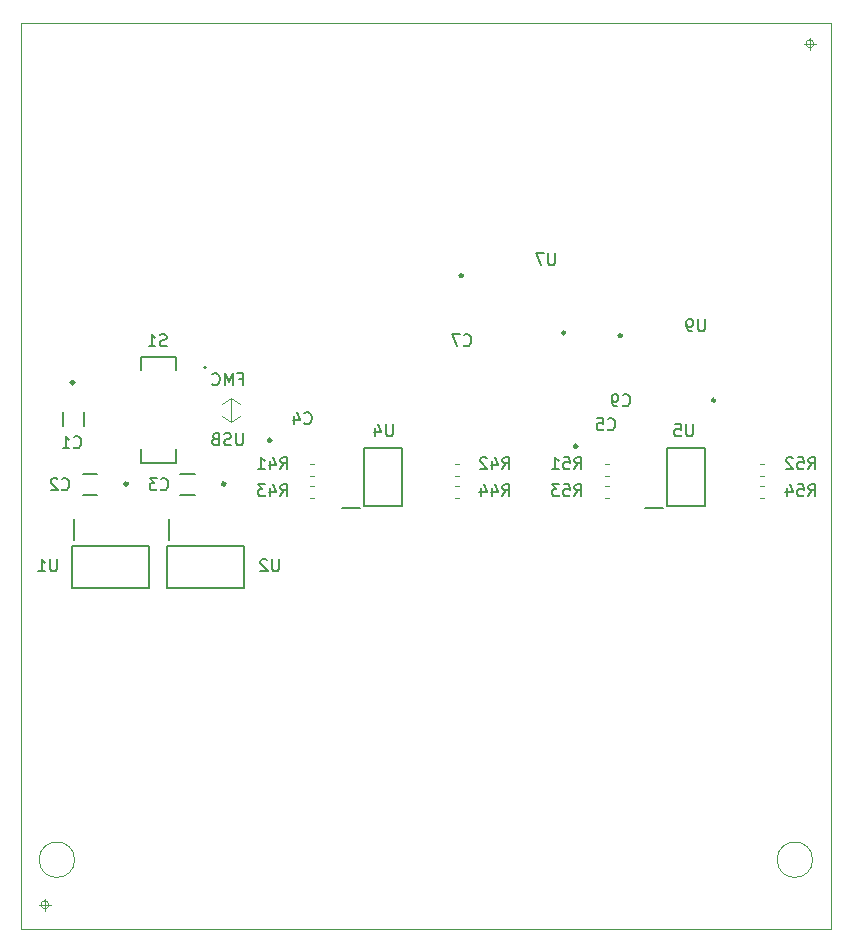
<source format=gbo>
%TF.GenerationSoftware,KiCad,Pcbnew,(5.1.5-0-10_14)*%
%TF.CreationDate,2020-01-10T14:35:19+01:00*%
%TF.ProjectId,adapter_hybrid_assister,61646170-7465-4725-9f68-79627269645f,rev?*%
%TF.SameCoordinates,PX6312cb0PY8accb70*%
%TF.FileFunction,Legend,Bot*%
%TF.FilePolarity,Positive*%
%FSLAX45Y45*%
G04 Gerber Fmt 4.5, Leading zero omitted, Abs format (unit mm)*
G04 Created by KiCad (PCBNEW (5.1.5-0-10_14)) date 2020-01-10 14:35:19*
%MOMM*%
%LPD*%
G04 APERTURE LIST*
%TA.AperFunction,Profile*%
%ADD10C,0.050000*%
%TD*%
%ADD11C,0.120000*%
%ADD12C,0.150000*%
%TA.AperFunction,Profile*%
%ADD13C,0.100000*%
%TD*%
%ADD14C,0.330000*%
%ADD15C,0.250000*%
%ADD16C,0.350000*%
%ADD17C,0.152400*%
%ADD18C,0.200000*%
G04 APERTURE END LIST*
D10*
X6713533Y7493000D02*
G75*
G03X6713533Y7493000I-33333J0D01*
G01*
X6630200Y7493000D02*
X6730200Y7493000D01*
X6680200Y7543000D02*
X6680200Y7443000D01*
X236533Y203200D02*
G75*
G03X236533Y203200I-33333J0D01*
G01*
X153200Y203200D02*
X253200Y203200D01*
X203200Y253200D02*
X203200Y153200D01*
X454800Y584200D02*
G75*
G03X454800Y584200I-150000J0D01*
G01*
D11*
X1778000Y4292600D02*
X1701800Y4343400D01*
X1778000Y4292600D02*
X1854200Y4343400D01*
X1778000Y4495800D02*
X1701800Y4445000D01*
X1778000Y4495800D02*
X1854200Y4445000D01*
X1778000Y4495800D02*
X1778000Y4292600D01*
D12*
X1878790Y4194962D02*
X1878790Y4114010D01*
X1874028Y4104486D01*
X1869267Y4099724D01*
X1859743Y4094962D01*
X1840695Y4094962D01*
X1831171Y4099724D01*
X1826409Y4104486D01*
X1821648Y4114010D01*
X1821648Y4194962D01*
X1778790Y4099724D02*
X1764505Y4094962D01*
X1740695Y4094962D01*
X1731171Y4099724D01*
X1726409Y4104486D01*
X1721648Y4114010D01*
X1721648Y4123533D01*
X1726409Y4133057D01*
X1731171Y4137819D01*
X1740695Y4142581D01*
X1759743Y4147343D01*
X1769267Y4152105D01*
X1774028Y4156867D01*
X1778790Y4166390D01*
X1778790Y4175914D01*
X1774028Y4185438D01*
X1769267Y4190200D01*
X1759743Y4194962D01*
X1735933Y4194962D01*
X1721648Y4190200D01*
X1645457Y4147343D02*
X1631171Y4142581D01*
X1626409Y4137819D01*
X1621648Y4128295D01*
X1621648Y4114010D01*
X1626409Y4104486D01*
X1631171Y4099724D01*
X1640695Y4094962D01*
X1678790Y4094962D01*
X1678790Y4194962D01*
X1645457Y4194962D01*
X1635933Y4190200D01*
X1631171Y4185438D01*
X1626409Y4175914D01*
X1626409Y4166390D01*
X1631171Y4156867D01*
X1635933Y4152105D01*
X1645457Y4147343D01*
X1678790Y4147343D01*
X1845457Y4655343D02*
X1878790Y4655343D01*
X1878790Y4602962D02*
X1878790Y4702962D01*
X1831171Y4702962D01*
X1793076Y4602962D02*
X1793076Y4702962D01*
X1759743Y4631533D01*
X1726409Y4702962D01*
X1726409Y4602962D01*
X1621648Y4612486D02*
X1626409Y4607724D01*
X1640695Y4602962D01*
X1650219Y4602962D01*
X1664505Y4607724D01*
X1674028Y4617248D01*
X1678790Y4626772D01*
X1683552Y4645819D01*
X1683552Y4660105D01*
X1678790Y4679152D01*
X1674028Y4688676D01*
X1664505Y4698200D01*
X1650219Y4702962D01*
X1640695Y4702962D01*
X1626409Y4698200D01*
X1621648Y4693438D01*
D10*
X6703200Y584200D02*
G75*
G03X6703200Y584200I-150000J0D01*
G01*
X0Y0D02*
X0Y7670800D01*
X6858000Y7670800D02*
X6858000Y0D01*
D13*
X0Y7670800D02*
X6858000Y7670800D01*
X6858000Y0D02*
X0Y0D01*
D14*
%TO.C,C4*%
X2116800Y4134200D02*
G75*
G03X2116800Y4134200I-10000J0D01*
G01*
%TO.C,C5*%
X4707600Y4083400D02*
G75*
G03X4707600Y4083400I-10000J0D01*
G01*
%TO.C,C7*%
X3737800Y5531000D02*
G75*
G03X3737800Y5531000I-10000J0D01*
G01*
%TO.C,C9*%
X5084000Y5023000D02*
G75*
G03X5084000Y5023000I-10000J0D01*
G01*
D15*
%TO.C,U7*%
X4607500Y5045700D02*
G75*
G03X4607500Y5045700I-12500J0D01*
G01*
%TO.C,U9*%
X5877500Y4474200D02*
G75*
G03X5877500Y4474200I-12500J0D01*
G01*
D11*
%TO.C,R41*%
X2448722Y3937200D02*
X2481278Y3937200D01*
X2448722Y3835200D02*
X2481278Y3835200D01*
%TO.C,R42*%
X3710778Y3835200D02*
X3678222Y3835200D01*
X3710778Y3937200D02*
X3678222Y3937200D01*
%TO.C,R43*%
X2448722Y3746700D02*
X2481278Y3746700D01*
X2448722Y3644700D02*
X2481278Y3644700D01*
%TO.C,R44*%
X3710778Y3644700D02*
X3678222Y3644700D01*
X3710778Y3746700D02*
X3678222Y3746700D01*
%TO.C,R51*%
X4948222Y3937200D02*
X4980778Y3937200D01*
X4948222Y3835200D02*
X4980778Y3835200D01*
%TO.C,R52*%
X6291278Y3835200D02*
X6258722Y3835200D01*
X6291278Y3937200D02*
X6258722Y3937200D01*
%TO.C,R53*%
X4948222Y3746700D02*
X4980778Y3746700D01*
X4948222Y3644700D02*
X4980778Y3644700D01*
%TO.C,R54*%
X6291278Y3644700D02*
X6258722Y3644700D01*
X6291278Y3746700D02*
X6258722Y3746700D01*
D16*
%TO.C,C2*%
X901200Y3767200D02*
G75*
G03X901200Y3767200I-10000J0D01*
G01*
D17*
X523240Y3848100D02*
X645160Y3848100D01*
X645160Y3670300D02*
X523240Y3670300D01*
D16*
%TO.C,C3*%
X1726700Y3767200D02*
G75*
G03X1726700Y3767200I-10000J0D01*
G01*
D17*
X1348740Y3848100D02*
X1470660Y3848100D01*
X1470660Y3670300D02*
X1348740Y3670300D01*
D16*
%TO.C,C1*%
X446500Y4625000D02*
G75*
G03X446500Y4625000I-10000J0D01*
G01*
D17*
X355600Y4257040D02*
X355600Y4378960D01*
X533400Y4378960D02*
X533400Y4257040D01*
D18*
%TO.C,S1*%
X1567959Y4752000D02*
G75*
G03X1567959Y4752000I-7159J0D01*
G01*
X1314000Y4844200D02*
X1314000Y4726500D01*
X1314000Y3944200D02*
X1314000Y4061900D01*
X1014000Y4844200D02*
X1014000Y4726500D01*
X1014000Y3944200D02*
X1014000Y4061900D01*
X1314000Y3944200D02*
X1014000Y3944200D01*
X1014000Y4844200D02*
X1314000Y4844200D01*
%TO.C,U5*%
X5286900Y3564700D02*
X5439600Y3564700D01*
X5474600Y4067900D02*
X5474600Y3577500D01*
X5794200Y4067900D02*
X5474600Y4067900D01*
X5794200Y3577500D02*
X5794200Y4067900D01*
X5474600Y3577500D02*
X5794200Y3577500D01*
%TO.C,U4*%
X2717600Y3564700D02*
X2870300Y3564700D01*
X2905300Y4067900D02*
X2905300Y3577500D01*
X3224900Y4067900D02*
X2905300Y4067900D01*
X3224900Y3577500D02*
X3224900Y4067900D01*
X2905300Y3577500D02*
X3224900Y3577500D01*
%TO.C,U2*%
X1251000Y3465700D02*
X1251000Y3290700D01*
X1888500Y3238200D02*
X1238500Y3238200D01*
X1888500Y2888200D02*
X1888500Y3238200D01*
X1238500Y2888200D02*
X1888500Y2888200D01*
X1238500Y3238200D02*
X1238500Y2888200D01*
%TO.C,U1*%
X449500Y3465700D02*
X449500Y3290700D01*
X1087000Y3238200D02*
X437000Y3238200D01*
X1087000Y2888200D02*
X1087000Y3238200D01*
X437000Y2888200D02*
X1087000Y2888200D01*
X437000Y3238200D02*
X437000Y2888200D01*
%TD*%
%TO.C,C4*%
D12*
X2400467Y4282286D02*
X2405229Y4277524D01*
X2419514Y4272762D01*
X2429038Y4272762D01*
X2443324Y4277524D01*
X2452848Y4287048D01*
X2457610Y4296572D01*
X2462371Y4315619D01*
X2462371Y4329905D01*
X2457610Y4348952D01*
X2452848Y4358476D01*
X2443324Y4368000D01*
X2429038Y4372762D01*
X2419514Y4372762D01*
X2405229Y4368000D01*
X2400467Y4363238D01*
X2314752Y4339429D02*
X2314752Y4272762D01*
X2338562Y4377524D02*
X2362371Y4306095D01*
X2300467Y4306095D01*
%TO.C,C5*%
X4969667Y4231486D02*
X4974429Y4226724D01*
X4988714Y4221962D01*
X4998238Y4221962D01*
X5012524Y4226724D01*
X5022048Y4236248D01*
X5026810Y4245772D01*
X5031571Y4264819D01*
X5031571Y4279105D01*
X5026810Y4298152D01*
X5022048Y4307676D01*
X5012524Y4317200D01*
X4998238Y4321962D01*
X4988714Y4321962D01*
X4974429Y4317200D01*
X4969667Y4312438D01*
X4879190Y4321962D02*
X4926810Y4321962D01*
X4931571Y4274343D01*
X4926810Y4279105D01*
X4917286Y4283867D01*
X4893476Y4283867D01*
X4883952Y4279105D01*
X4879190Y4274343D01*
X4874429Y4264819D01*
X4874429Y4241010D01*
X4879190Y4231486D01*
X4883952Y4226724D01*
X4893476Y4221962D01*
X4917286Y4221962D01*
X4926810Y4226724D01*
X4931571Y4231486D01*
%TO.C,C7*%
X3750467Y4942686D02*
X3755228Y4937924D01*
X3769514Y4933162D01*
X3779038Y4933162D01*
X3793324Y4937924D01*
X3802848Y4947448D01*
X3807609Y4956972D01*
X3812371Y4976019D01*
X3812371Y4990305D01*
X3807609Y5009352D01*
X3802848Y5018876D01*
X3793324Y5028400D01*
X3779038Y5033162D01*
X3769514Y5033162D01*
X3755228Y5028400D01*
X3750467Y5023638D01*
X3717133Y5033162D02*
X3650467Y5033162D01*
X3693324Y4933162D01*
%TO.C,C9*%
X5096667Y4434686D02*
X5101429Y4429924D01*
X5115714Y4425162D01*
X5125238Y4425162D01*
X5139524Y4429924D01*
X5149048Y4439448D01*
X5153810Y4448972D01*
X5158571Y4468019D01*
X5158571Y4482305D01*
X5153810Y4501352D01*
X5149048Y4510876D01*
X5139524Y4520400D01*
X5125238Y4525162D01*
X5115714Y4525162D01*
X5101429Y4520400D01*
X5096667Y4515638D01*
X5049048Y4425162D02*
X5030000Y4425162D01*
X5020476Y4429924D01*
X5015714Y4434686D01*
X5006190Y4448972D01*
X5001429Y4468019D01*
X5001429Y4506114D01*
X5006190Y4515638D01*
X5010952Y4520400D01*
X5020476Y4525162D01*
X5039524Y4525162D01*
X5049048Y4520400D01*
X5053810Y4515638D01*
X5058571Y4506114D01*
X5058571Y4482305D01*
X5053810Y4472781D01*
X5049048Y4468019D01*
X5039524Y4463257D01*
X5020476Y4463257D01*
X5010952Y4468019D01*
X5006190Y4472781D01*
X5001429Y4482305D01*
%TO.C,U7*%
X4521190Y5718962D02*
X4521190Y5638010D01*
X4516429Y5628486D01*
X4511667Y5623724D01*
X4502143Y5618962D01*
X4483095Y5618962D01*
X4473571Y5623724D01*
X4468810Y5628486D01*
X4464048Y5638010D01*
X4464048Y5718962D01*
X4425952Y5718962D02*
X4359286Y5718962D01*
X4402143Y5618962D01*
%TO.C,U9*%
X5791190Y5160162D02*
X5791190Y5079210D01*
X5786428Y5069686D01*
X5781667Y5064924D01*
X5772143Y5060162D01*
X5753095Y5060162D01*
X5743571Y5064924D01*
X5738809Y5069686D01*
X5734048Y5079210D01*
X5734048Y5160162D01*
X5681667Y5060162D02*
X5662619Y5060162D01*
X5653095Y5064924D01*
X5648333Y5069686D01*
X5638809Y5083972D01*
X5634048Y5103019D01*
X5634048Y5141114D01*
X5638809Y5150638D01*
X5643571Y5155400D01*
X5653095Y5160162D01*
X5672143Y5160162D01*
X5681667Y5155400D01*
X5686428Y5150638D01*
X5691190Y5141114D01*
X5691190Y5117305D01*
X5686428Y5107781D01*
X5681667Y5103019D01*
X5672143Y5098257D01*
X5653095Y5098257D01*
X5643571Y5103019D01*
X5638809Y5107781D01*
X5634048Y5117305D01*
%TO.C,R41*%
X2197886Y3891762D02*
X2231219Y3939381D01*
X2255029Y3891762D02*
X2255029Y3991762D01*
X2216933Y3991762D01*
X2207410Y3987000D01*
X2202648Y3982238D01*
X2197886Y3972714D01*
X2197886Y3958429D01*
X2202648Y3948905D01*
X2207410Y3944143D01*
X2216933Y3939381D01*
X2255029Y3939381D01*
X2112171Y3958429D02*
X2112171Y3891762D01*
X2135981Y3996524D02*
X2159790Y3925095D01*
X2097886Y3925095D01*
X2007409Y3891762D02*
X2064552Y3891762D01*
X2035981Y3891762D02*
X2035981Y3991762D01*
X2045505Y3977476D01*
X2055028Y3967952D01*
X2064552Y3963190D01*
%TO.C,R42*%
X4077486Y3891762D02*
X4110819Y3939381D01*
X4134628Y3891762D02*
X4134628Y3991762D01*
X4096533Y3991762D01*
X4087009Y3987000D01*
X4082248Y3982238D01*
X4077486Y3972714D01*
X4077486Y3958429D01*
X4082248Y3948905D01*
X4087009Y3944143D01*
X4096533Y3939381D01*
X4134628Y3939381D01*
X3991771Y3958429D02*
X3991771Y3891762D01*
X4015581Y3996524D02*
X4039390Y3925095D01*
X3977486Y3925095D01*
X3944152Y3982238D02*
X3939390Y3987000D01*
X3929867Y3991762D01*
X3906057Y3991762D01*
X3896533Y3987000D01*
X3891771Y3982238D01*
X3887009Y3972714D01*
X3887009Y3963190D01*
X3891771Y3948905D01*
X3948914Y3891762D01*
X3887009Y3891762D01*
%TO.C,R43*%
X2197886Y3663162D02*
X2231219Y3710781D01*
X2255029Y3663162D02*
X2255029Y3763162D01*
X2216933Y3763162D01*
X2207410Y3758400D01*
X2202648Y3753638D01*
X2197886Y3744114D01*
X2197886Y3729829D01*
X2202648Y3720305D01*
X2207410Y3715543D01*
X2216933Y3710781D01*
X2255029Y3710781D01*
X2112171Y3729829D02*
X2112171Y3663162D01*
X2135981Y3767924D02*
X2159790Y3696495D01*
X2097886Y3696495D01*
X2069314Y3763162D02*
X2007409Y3763162D01*
X2040743Y3725067D01*
X2026457Y3725067D01*
X2016933Y3720305D01*
X2012171Y3715543D01*
X2007409Y3706019D01*
X2007409Y3682210D01*
X2012171Y3672686D01*
X2016933Y3667924D01*
X2026457Y3663162D01*
X2055028Y3663162D01*
X2064552Y3667924D01*
X2069314Y3672686D01*
%TO.C,R44*%
X4077486Y3663162D02*
X4110819Y3710781D01*
X4134628Y3663162D02*
X4134628Y3763162D01*
X4096533Y3763162D01*
X4087009Y3758400D01*
X4082248Y3753638D01*
X4077486Y3744114D01*
X4077486Y3729829D01*
X4082248Y3720305D01*
X4087009Y3715543D01*
X4096533Y3710781D01*
X4134628Y3710781D01*
X3991771Y3729829D02*
X3991771Y3663162D01*
X4015581Y3767924D02*
X4039390Y3696495D01*
X3977486Y3696495D01*
X3896533Y3729829D02*
X3896533Y3663162D01*
X3920343Y3767924D02*
X3944152Y3696495D01*
X3882248Y3696495D01*
%TO.C,R51*%
X4687086Y3891762D02*
X4720419Y3939381D01*
X4744229Y3891762D02*
X4744229Y3991762D01*
X4706133Y3991762D01*
X4696610Y3987000D01*
X4691848Y3982238D01*
X4687086Y3972714D01*
X4687086Y3958429D01*
X4691848Y3948905D01*
X4696610Y3944143D01*
X4706133Y3939381D01*
X4744229Y3939381D01*
X4596610Y3991762D02*
X4644229Y3991762D01*
X4648990Y3944143D01*
X4644229Y3948905D01*
X4634705Y3953667D01*
X4610895Y3953667D01*
X4601371Y3948905D01*
X4596610Y3944143D01*
X4591848Y3934619D01*
X4591848Y3910810D01*
X4596610Y3901286D01*
X4601371Y3896524D01*
X4610895Y3891762D01*
X4634705Y3891762D01*
X4644229Y3896524D01*
X4648990Y3901286D01*
X4496610Y3891762D02*
X4553752Y3891762D01*
X4525181Y3891762D02*
X4525181Y3991762D01*
X4534705Y3977476D01*
X4544229Y3967952D01*
X4553752Y3963190D01*
%TO.C,R52*%
X6668286Y3891762D02*
X6701619Y3939381D01*
X6725428Y3891762D02*
X6725428Y3991762D01*
X6687333Y3991762D01*
X6677809Y3987000D01*
X6673048Y3982238D01*
X6668286Y3972714D01*
X6668286Y3958429D01*
X6673048Y3948905D01*
X6677809Y3944143D01*
X6687333Y3939381D01*
X6725428Y3939381D01*
X6577809Y3991762D02*
X6625428Y3991762D01*
X6630190Y3944143D01*
X6625428Y3948905D01*
X6615905Y3953667D01*
X6592095Y3953667D01*
X6582571Y3948905D01*
X6577809Y3944143D01*
X6573048Y3934619D01*
X6573048Y3910810D01*
X6577809Y3901286D01*
X6582571Y3896524D01*
X6592095Y3891762D01*
X6615905Y3891762D01*
X6625428Y3896524D01*
X6630190Y3901286D01*
X6534952Y3982238D02*
X6530190Y3987000D01*
X6520667Y3991762D01*
X6496857Y3991762D01*
X6487333Y3987000D01*
X6482571Y3982238D01*
X6477809Y3972714D01*
X6477809Y3963190D01*
X6482571Y3948905D01*
X6539714Y3891762D01*
X6477809Y3891762D01*
%TO.C,R53*%
X4687086Y3663162D02*
X4720419Y3710781D01*
X4744229Y3663162D02*
X4744229Y3763162D01*
X4706133Y3763162D01*
X4696610Y3758400D01*
X4691848Y3753638D01*
X4687086Y3744114D01*
X4687086Y3729829D01*
X4691848Y3720305D01*
X4696610Y3715543D01*
X4706133Y3710781D01*
X4744229Y3710781D01*
X4596610Y3763162D02*
X4644229Y3763162D01*
X4648990Y3715543D01*
X4644229Y3720305D01*
X4634705Y3725067D01*
X4610895Y3725067D01*
X4601371Y3720305D01*
X4596610Y3715543D01*
X4591848Y3706019D01*
X4591848Y3682210D01*
X4596610Y3672686D01*
X4601371Y3667924D01*
X4610895Y3663162D01*
X4634705Y3663162D01*
X4644229Y3667924D01*
X4648990Y3672686D01*
X4558514Y3763162D02*
X4496610Y3763162D01*
X4529943Y3725067D01*
X4515657Y3725067D01*
X4506133Y3720305D01*
X4501371Y3715543D01*
X4496610Y3706019D01*
X4496610Y3682210D01*
X4501371Y3672686D01*
X4506133Y3667924D01*
X4515657Y3663162D01*
X4544229Y3663162D01*
X4553752Y3667924D01*
X4558514Y3672686D01*
%TO.C,R54*%
X6668286Y3663162D02*
X6701619Y3710781D01*
X6725428Y3663162D02*
X6725428Y3763162D01*
X6687333Y3763162D01*
X6677809Y3758400D01*
X6673048Y3753638D01*
X6668286Y3744114D01*
X6668286Y3729829D01*
X6673048Y3720305D01*
X6677809Y3715543D01*
X6687333Y3710781D01*
X6725428Y3710781D01*
X6577809Y3763162D02*
X6625428Y3763162D01*
X6630190Y3715543D01*
X6625428Y3720305D01*
X6615905Y3725067D01*
X6592095Y3725067D01*
X6582571Y3720305D01*
X6577809Y3715543D01*
X6573048Y3706019D01*
X6573048Y3682210D01*
X6577809Y3672686D01*
X6582571Y3667924D01*
X6592095Y3663162D01*
X6615905Y3663162D01*
X6625428Y3667924D01*
X6630190Y3672686D01*
X6487333Y3729829D02*
X6487333Y3663162D01*
X6511143Y3767924D02*
X6534952Y3696495D01*
X6473048Y3696495D01*
%TO.C,C2*%
X346867Y3723486D02*
X351628Y3718724D01*
X365914Y3713962D01*
X375438Y3713962D01*
X389724Y3718724D01*
X399248Y3728248D01*
X404009Y3737771D01*
X408771Y3756819D01*
X408771Y3771105D01*
X404009Y3790152D01*
X399248Y3799676D01*
X389724Y3809200D01*
X375438Y3813962D01*
X365914Y3813962D01*
X351628Y3809200D01*
X346867Y3804438D01*
X308771Y3804438D02*
X304010Y3809200D01*
X294486Y3813962D01*
X270676Y3813962D01*
X261152Y3809200D01*
X256390Y3804438D01*
X251628Y3794914D01*
X251628Y3785390D01*
X256390Y3771105D01*
X313533Y3713962D01*
X251628Y3713962D01*
%TO.C,C3*%
X1185067Y3723486D02*
X1189829Y3718724D01*
X1204114Y3713962D01*
X1213638Y3713962D01*
X1227924Y3718724D01*
X1237448Y3728248D01*
X1242210Y3737771D01*
X1246971Y3756819D01*
X1246971Y3771105D01*
X1242210Y3790152D01*
X1237448Y3799676D01*
X1227924Y3809200D01*
X1213638Y3813962D01*
X1204114Y3813962D01*
X1189829Y3809200D01*
X1185067Y3804438D01*
X1151733Y3813962D02*
X1089829Y3813962D01*
X1123162Y3775867D01*
X1108876Y3775867D01*
X1099352Y3771105D01*
X1094590Y3766343D01*
X1089829Y3756819D01*
X1089829Y3733010D01*
X1094590Y3723486D01*
X1099352Y3718724D01*
X1108876Y3713962D01*
X1137448Y3713962D01*
X1146971Y3718724D01*
X1151733Y3723486D01*
%TO.C,C1*%
X448467Y4079086D02*
X453228Y4074324D01*
X467514Y4069562D01*
X477038Y4069562D01*
X491324Y4074324D01*
X500848Y4083848D01*
X505609Y4093371D01*
X510371Y4112419D01*
X510371Y4126705D01*
X505609Y4145752D01*
X500848Y4155276D01*
X491324Y4164800D01*
X477038Y4169562D01*
X467514Y4169562D01*
X453228Y4164800D01*
X448467Y4160038D01*
X353228Y4069562D02*
X410371Y4069562D01*
X381800Y4069562D02*
X381800Y4169562D01*
X391324Y4155276D01*
X400848Y4145752D01*
X410371Y4140990D01*
%TO.C,S1*%
X1233390Y4937924D02*
X1219105Y4933162D01*
X1195295Y4933162D01*
X1185771Y4937924D01*
X1181010Y4942686D01*
X1176248Y4952210D01*
X1176248Y4961733D01*
X1181010Y4971257D01*
X1185771Y4976019D01*
X1195295Y4980781D01*
X1214343Y4985543D01*
X1223867Y4990305D01*
X1228629Y4995067D01*
X1233390Y5004591D01*
X1233390Y5014114D01*
X1228629Y5023638D01*
X1223867Y5028400D01*
X1214343Y5033162D01*
X1190533Y5033162D01*
X1176248Y5028400D01*
X1081010Y4933162D02*
X1138152Y4933162D01*
X1109581Y4933162D02*
X1109581Y5033162D01*
X1119105Y5018876D01*
X1128629Y5009352D01*
X1138152Y5004591D01*
%TO.C,U5*%
X5689590Y4271162D02*
X5689590Y4190210D01*
X5684828Y4180686D01*
X5680067Y4175924D01*
X5670543Y4171162D01*
X5651495Y4171162D01*
X5641971Y4175924D01*
X5637209Y4180686D01*
X5632448Y4190210D01*
X5632448Y4271162D01*
X5537210Y4271162D02*
X5584829Y4271162D01*
X5589590Y4223543D01*
X5584829Y4228305D01*
X5575305Y4233067D01*
X5551495Y4233067D01*
X5541971Y4228305D01*
X5537210Y4223543D01*
X5532448Y4214019D01*
X5532448Y4190210D01*
X5537210Y4180686D01*
X5541971Y4175924D01*
X5551495Y4171162D01*
X5575305Y4171162D01*
X5584829Y4175924D01*
X5589590Y4180686D01*
%TO.C,U4*%
X3149590Y4271162D02*
X3149590Y4190210D01*
X3144828Y4180686D01*
X3140067Y4175924D01*
X3130543Y4171162D01*
X3111495Y4171162D01*
X3101971Y4175924D01*
X3097209Y4180686D01*
X3092448Y4190210D01*
X3092448Y4271162D01*
X3001971Y4237829D02*
X3001971Y4171162D01*
X3025781Y4275924D02*
X3049590Y4204495D01*
X2987686Y4204495D01*
%TO.C,U2*%
X2184390Y3128162D02*
X2184390Y3047210D01*
X2179629Y3037686D01*
X2174867Y3032924D01*
X2165343Y3028162D01*
X2146295Y3028162D01*
X2136771Y3032924D01*
X2132010Y3037686D01*
X2127248Y3047210D01*
X2127248Y3128162D01*
X2084390Y3118638D02*
X2079628Y3123400D01*
X2070105Y3128162D01*
X2046295Y3128162D01*
X2036771Y3123400D01*
X2032009Y3118638D01*
X2027248Y3109114D01*
X2027248Y3099590D01*
X2032009Y3085305D01*
X2089152Y3028162D01*
X2027248Y3028162D01*
%TO.C,U1*%
X304790Y3128162D02*
X304790Y3047210D01*
X300029Y3037686D01*
X295267Y3032924D01*
X285743Y3028162D01*
X266695Y3028162D01*
X257171Y3032924D01*
X252409Y3037686D01*
X247648Y3047210D01*
X247648Y3128162D01*
X147648Y3028162D02*
X204790Y3028162D01*
X176219Y3028162D02*
X176219Y3128162D01*
X185743Y3113876D01*
X195267Y3104352D01*
X204790Y3099590D01*
%TD*%
M02*

</source>
